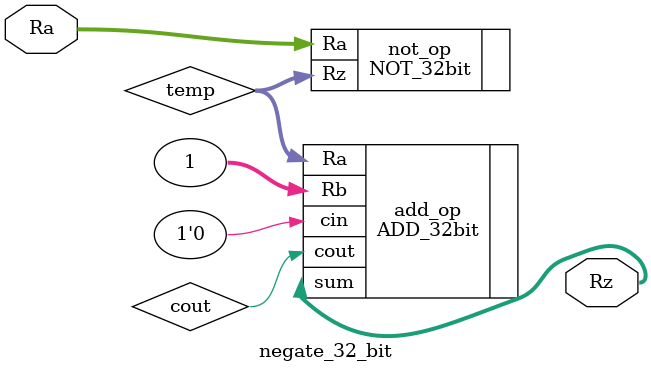
<source format=v>
`timescale 1ns / 1ps

module negate_32_bit(
	input wire [31:0] Ra,
	output wire [31:0] Rz
	);
	
	wire [31:0] temp; 
	wire cout;
	NOT_32bit not_op(.Ra(Ra),.Rz(temp));
	ADD_32bit add_op(.Ra(temp), .Rb(32'd1),.cin(1'd0),.sum(Rz),.cout(cout));
	
endmodule

</source>
